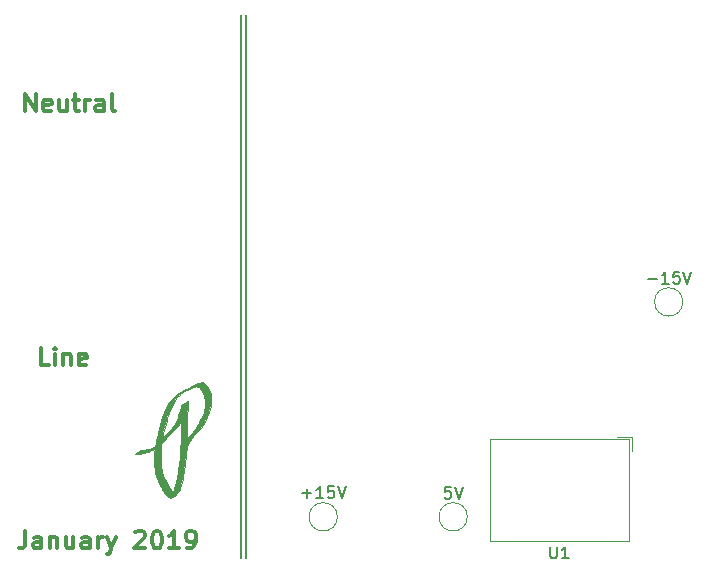
<source format=gbr>
G04 #@! TF.GenerationSoftware,KiCad,Pcbnew,(5.0.2)-1*
G04 #@! TF.CreationDate,2019-01-19T19:24:23-05:00*
G04 #@! TF.ProjectId,Keithley_177_power_repair,4b656974-686c-4657-995f-3137375f706f,rev?*
G04 #@! TF.SameCoordinates,Original*
G04 #@! TF.FileFunction,Legend,Top*
G04 #@! TF.FilePolarity,Positive*
%FSLAX46Y46*%
G04 Gerber Fmt 4.6, Leading zero omitted, Abs format (unit mm)*
G04 Created by KiCad (PCBNEW (5.0.2)-1) date 1/19/2019 7:24:23 PM*
%MOMM*%
%LPD*%
G01*
G04 APERTURE LIST*
%ADD10C,0.300000*%
%ADD11C,0.200000*%
%ADD12C,0.120000*%
%ADD13C,0.010000*%
%ADD14C,0.150000*%
G04 APERTURE END LIST*
D10*
X31285714Y-87678571D02*
X31285714Y-88750000D01*
X31214285Y-88964285D01*
X31071428Y-89107142D01*
X30857142Y-89178571D01*
X30714285Y-89178571D01*
X32642857Y-89178571D02*
X32642857Y-88392857D01*
X32571428Y-88250000D01*
X32428571Y-88178571D01*
X32142857Y-88178571D01*
X32000000Y-88250000D01*
X32642857Y-89107142D02*
X32500000Y-89178571D01*
X32142857Y-89178571D01*
X32000000Y-89107142D01*
X31928571Y-88964285D01*
X31928571Y-88821428D01*
X32000000Y-88678571D01*
X32142857Y-88607142D01*
X32500000Y-88607142D01*
X32642857Y-88535714D01*
X33357142Y-88178571D02*
X33357142Y-89178571D01*
X33357142Y-88321428D02*
X33428571Y-88250000D01*
X33571428Y-88178571D01*
X33785714Y-88178571D01*
X33928571Y-88250000D01*
X34000000Y-88392857D01*
X34000000Y-89178571D01*
X35357142Y-88178571D02*
X35357142Y-89178571D01*
X34714285Y-88178571D02*
X34714285Y-88964285D01*
X34785714Y-89107142D01*
X34928571Y-89178571D01*
X35142857Y-89178571D01*
X35285714Y-89107142D01*
X35357142Y-89035714D01*
X36714285Y-89178571D02*
X36714285Y-88392857D01*
X36642857Y-88250000D01*
X36500000Y-88178571D01*
X36214285Y-88178571D01*
X36071428Y-88250000D01*
X36714285Y-89107142D02*
X36571428Y-89178571D01*
X36214285Y-89178571D01*
X36071428Y-89107142D01*
X36000000Y-88964285D01*
X36000000Y-88821428D01*
X36071428Y-88678571D01*
X36214285Y-88607142D01*
X36571428Y-88607142D01*
X36714285Y-88535714D01*
X37428571Y-89178571D02*
X37428571Y-88178571D01*
X37428571Y-88464285D02*
X37500000Y-88321428D01*
X37571428Y-88250000D01*
X37714285Y-88178571D01*
X37857142Y-88178571D01*
X38214285Y-88178571D02*
X38571428Y-89178571D01*
X38928571Y-88178571D02*
X38571428Y-89178571D01*
X38428571Y-89535714D01*
X38357142Y-89607142D01*
X38214285Y-89678571D01*
X40571428Y-87821428D02*
X40642857Y-87750000D01*
X40785714Y-87678571D01*
X41142857Y-87678571D01*
X41285714Y-87750000D01*
X41357142Y-87821428D01*
X41428571Y-87964285D01*
X41428571Y-88107142D01*
X41357142Y-88321428D01*
X40500000Y-89178571D01*
X41428571Y-89178571D01*
X42357142Y-87678571D02*
X42500000Y-87678571D01*
X42642857Y-87750000D01*
X42714285Y-87821428D01*
X42785714Y-87964285D01*
X42857142Y-88250000D01*
X42857142Y-88607142D01*
X42785714Y-88892857D01*
X42714285Y-89035714D01*
X42642857Y-89107142D01*
X42500000Y-89178571D01*
X42357142Y-89178571D01*
X42214285Y-89107142D01*
X42142857Y-89035714D01*
X42071428Y-88892857D01*
X42000000Y-88607142D01*
X42000000Y-88250000D01*
X42071428Y-87964285D01*
X42142857Y-87821428D01*
X42214285Y-87750000D01*
X42357142Y-87678571D01*
X44285714Y-89178571D02*
X43428571Y-89178571D01*
X43857142Y-89178571D02*
X43857142Y-87678571D01*
X43714285Y-87892857D01*
X43571428Y-88035714D01*
X43428571Y-88107142D01*
X45000000Y-89178571D02*
X45285714Y-89178571D01*
X45428571Y-89107142D01*
X45500000Y-89035714D01*
X45642857Y-88821428D01*
X45714285Y-88535714D01*
X45714285Y-87964285D01*
X45642857Y-87821428D01*
X45571428Y-87750000D01*
X45428571Y-87678571D01*
X45142857Y-87678571D01*
X45000000Y-87750000D01*
X44928571Y-87821428D01*
X44857142Y-87964285D01*
X44857142Y-88321428D01*
X44928571Y-88464285D01*
X45000000Y-88535714D01*
X45142857Y-88607142D01*
X45428571Y-88607142D01*
X45571428Y-88535714D01*
X45642857Y-88464285D01*
X45714285Y-88321428D01*
X33285714Y-73678571D02*
X32571428Y-73678571D01*
X32571428Y-72178571D01*
X33785714Y-73678571D02*
X33785714Y-72678571D01*
X33785714Y-72178571D02*
X33714285Y-72250000D01*
X33785714Y-72321428D01*
X33857142Y-72250000D01*
X33785714Y-72178571D01*
X33785714Y-72321428D01*
X34500000Y-72678571D02*
X34500000Y-73678571D01*
X34500000Y-72821428D02*
X34571428Y-72750000D01*
X34714285Y-72678571D01*
X34928571Y-72678571D01*
X35071428Y-72750000D01*
X35142857Y-72892857D01*
X35142857Y-73678571D01*
X36428571Y-73607142D02*
X36285714Y-73678571D01*
X36000000Y-73678571D01*
X35857142Y-73607142D01*
X35785714Y-73464285D01*
X35785714Y-72892857D01*
X35857142Y-72750000D01*
X36000000Y-72678571D01*
X36285714Y-72678571D01*
X36428571Y-72750000D01*
X36500000Y-72892857D01*
X36500000Y-73035714D01*
X35785714Y-73178571D01*
X31285714Y-52178571D02*
X31285714Y-50678571D01*
X32142857Y-52178571D01*
X32142857Y-50678571D01*
X33428571Y-52107142D02*
X33285714Y-52178571D01*
X33000000Y-52178571D01*
X32857142Y-52107142D01*
X32785714Y-51964285D01*
X32785714Y-51392857D01*
X32857142Y-51250000D01*
X33000000Y-51178571D01*
X33285714Y-51178571D01*
X33428571Y-51250000D01*
X33500000Y-51392857D01*
X33500000Y-51535714D01*
X32785714Y-51678571D01*
X34785714Y-51178571D02*
X34785714Y-52178571D01*
X34142857Y-51178571D02*
X34142857Y-51964285D01*
X34214285Y-52107142D01*
X34357142Y-52178571D01*
X34571428Y-52178571D01*
X34714285Y-52107142D01*
X34785714Y-52035714D01*
X35285714Y-51178571D02*
X35857142Y-51178571D01*
X35500000Y-50678571D02*
X35500000Y-51964285D01*
X35571428Y-52107142D01*
X35714285Y-52178571D01*
X35857142Y-52178571D01*
X36357142Y-52178571D02*
X36357142Y-51178571D01*
X36357142Y-51464285D02*
X36428571Y-51321428D01*
X36500000Y-51250000D01*
X36642857Y-51178571D01*
X36785714Y-51178571D01*
X37928571Y-52178571D02*
X37928571Y-51392857D01*
X37857142Y-51250000D01*
X37714285Y-51178571D01*
X37428571Y-51178571D01*
X37285714Y-51250000D01*
X37928571Y-52107142D02*
X37785714Y-52178571D01*
X37428571Y-52178571D01*
X37285714Y-52107142D01*
X37214285Y-51964285D01*
X37214285Y-51821428D01*
X37285714Y-51678571D01*
X37428571Y-51607142D01*
X37785714Y-51607142D01*
X37928571Y-51535714D01*
X38857142Y-52178571D02*
X38714285Y-52107142D01*
X38642857Y-51964285D01*
X38642857Y-50678571D01*
D11*
X49500000Y-44000000D02*
X49500000Y-90000000D01*
X50000000Y-44000000D02*
X50000000Y-90000000D01*
D12*
G04 #@! TO.C,TP1*
X57700000Y-86500000D02*
G75*
G03X57700000Y-86500000I-1200000J0D01*
G01*
G04 #@! TO.C,TP3*
X68700000Y-86500000D02*
G75*
G03X68700000Y-86500000I-1200000J0D01*
G01*
G04 #@! TO.C,TP2*
X86950000Y-68300000D02*
G75*
G03X86950000Y-68300000I-1200000J0D01*
G01*
G04 #@! TO.C,U1*
X82371000Y-88560000D02*
X70650000Y-88560000D01*
X82371000Y-79940000D02*
X70650000Y-79940000D01*
X82371000Y-88560000D02*
X82371000Y-79940000D01*
X70650000Y-88560000D02*
X70650000Y-79940000D01*
X82611000Y-80940000D02*
X82611000Y-79700000D01*
X82611000Y-79700000D02*
X81371000Y-79700000D01*
D13*
G04 #@! TO.C,G\002A\002A\002A*
G36*
X46305224Y-75114674D02*
X46406135Y-75179667D01*
X46517161Y-75278049D01*
X46629243Y-75401711D01*
X46733320Y-75542545D01*
X46741155Y-75554505D01*
X46869737Y-75788886D01*
X46958034Y-76038062D01*
X47009698Y-76314494D01*
X47025839Y-76526178D01*
X47022978Y-76809376D01*
X46989807Y-77087055D01*
X46923730Y-77369378D01*
X46822151Y-77666509D01*
X46682474Y-77988614D01*
X46618901Y-78119608D01*
X46461335Y-78417405D01*
X46296911Y-78687355D01*
X46115512Y-78943650D01*
X45907017Y-79200482D01*
X45661309Y-79472045D01*
X45634299Y-79500561D01*
X45498210Y-79650186D01*
X45388704Y-79788169D01*
X45292653Y-79933389D01*
X45196930Y-80104728D01*
X45148489Y-80199316D01*
X45090710Y-80308672D01*
X45037148Y-80400012D01*
X44995896Y-80459960D01*
X44982260Y-80474097D01*
X44963643Y-80499272D01*
X44948779Y-80549524D01*
X44936527Y-80632740D01*
X44925746Y-80756803D01*
X44915297Y-80929598D01*
X44914680Y-80941235D01*
X44902681Y-81107883D01*
X44882897Y-81313591D01*
X44857273Y-81541178D01*
X44827751Y-81773460D01*
X44796275Y-81993254D01*
X44794038Y-82007802D01*
X44763118Y-82209858D01*
X44733038Y-82410167D01*
X44705687Y-82595874D01*
X44682953Y-82754123D01*
X44666725Y-82872059D01*
X44663902Y-82893761D01*
X44632251Y-83093753D01*
X44586735Y-83316680D01*
X44531053Y-83548827D01*
X44468902Y-83776481D01*
X44403978Y-83985929D01*
X44339978Y-84163456D01*
X44292056Y-84273023D01*
X44218651Y-84409677D01*
X44147319Y-84511441D01*
X44063210Y-84597936D01*
X44015408Y-84638597D01*
X43923923Y-84710052D01*
X43839139Y-84771077D01*
X43779988Y-84808127D01*
X43674439Y-84847573D01*
X43562643Y-84866136D01*
X43469023Y-84860420D01*
X43449522Y-84854062D01*
X43395723Y-84817014D01*
X43317422Y-84745332D01*
X43224588Y-84649876D01*
X43127190Y-84541505D01*
X43035196Y-84431078D01*
X42958577Y-84329456D01*
X42932972Y-84291376D01*
X42887734Y-84213751D01*
X42825119Y-84096779D01*
X42751577Y-83952985D01*
X42673555Y-83794891D01*
X42623030Y-83689417D01*
X42473224Y-83348036D01*
X42359871Y-83030454D01*
X42278425Y-82720753D01*
X42224341Y-82403017D01*
X42205231Y-82226067D01*
X42195581Y-82073697D01*
X42189959Y-81888727D01*
X42188164Y-81684355D01*
X42189993Y-81473778D01*
X42195245Y-81270194D01*
X42201444Y-81136002D01*
X42728523Y-81136002D01*
X42728585Y-81374733D01*
X42731757Y-81583932D01*
X42736435Y-81799132D01*
X42741581Y-81968172D01*
X42748297Y-82101969D01*
X42757684Y-82211438D01*
X42770840Y-82307495D01*
X42788868Y-82401056D01*
X42812867Y-82503036D01*
X42832001Y-82578276D01*
X42884518Y-82750852D01*
X42960089Y-82957725D01*
X43052285Y-83184317D01*
X43154680Y-83416049D01*
X43260844Y-83638343D01*
X43364352Y-83836621D01*
X43453782Y-83988545D01*
X43525240Y-84091812D01*
X43603742Y-84191915D01*
X43680596Y-84279321D01*
X43747109Y-84344500D01*
X43794589Y-84377918D01*
X43809886Y-84379051D01*
X43828849Y-84346367D01*
X43858005Y-84272452D01*
X43892127Y-84171032D01*
X43904842Y-84129690D01*
X43980200Y-83860453D01*
X44044769Y-83587798D01*
X44102174Y-83294674D01*
X44156040Y-82964031D01*
X44163880Y-82911230D01*
X44194129Y-82705027D01*
X44228809Y-82468232D01*
X44264132Y-82226736D01*
X44296308Y-82006431D01*
X44303818Y-81954943D01*
X44341557Y-81665110D01*
X44372367Y-81357823D01*
X44396600Y-81026279D01*
X44414611Y-80663674D01*
X44426753Y-80263204D01*
X44433378Y-79818066D01*
X44434944Y-79428674D01*
X44434944Y-78473907D01*
X44329556Y-78630493D01*
X44271778Y-78706181D01*
X44180391Y-78813566D01*
X44062847Y-78944694D01*
X43926595Y-79091611D01*
X43779086Y-79246363D01*
X43627770Y-79400995D01*
X43480097Y-79547555D01*
X43383529Y-79640472D01*
X43301093Y-79724056D01*
X43198406Y-79836164D01*
X43090295Y-79960291D01*
X43016156Y-80049395D01*
X42801210Y-80313917D01*
X42759958Y-80620722D01*
X42743925Y-80768709D01*
X42733542Y-80937231D01*
X42728523Y-81136002D01*
X42201444Y-81136002D01*
X42203717Y-81086803D01*
X42215207Y-80936801D01*
X42226288Y-80850570D01*
X42244389Y-80745073D01*
X41948374Y-80870273D01*
X41793407Y-80932382D01*
X41623426Y-80995063D01*
X41464971Y-81048727D01*
X41395506Y-81070013D01*
X41269004Y-81103180D01*
X41121977Y-81136200D01*
X40967238Y-81166836D01*
X40817597Y-81192849D01*
X40685866Y-81212002D01*
X40584857Y-81222057D01*
X40529634Y-81221265D01*
X40528077Y-81203240D01*
X40565307Y-81163406D01*
X40630993Y-81109028D01*
X40714802Y-81047374D01*
X40806404Y-80985709D01*
X40895467Y-80931299D01*
X40971660Y-80891411D01*
X41024290Y-80873359D01*
X41335080Y-80827288D01*
X41606541Y-80776774D01*
X41835067Y-80722777D01*
X42017054Y-80666257D01*
X42148898Y-80608175D01*
X42223002Y-80553975D01*
X42252014Y-80512949D01*
X42277105Y-80452150D01*
X42300933Y-80361872D01*
X42326157Y-80232404D01*
X42349368Y-80092575D01*
X42400153Y-79814494D01*
X42890960Y-79814494D01*
X43293626Y-79406110D01*
X43496840Y-79193862D01*
X43663334Y-79004583D01*
X43801727Y-78826567D01*
X43920638Y-78648107D01*
X44028687Y-78457498D01*
X44106638Y-78301910D01*
X44172831Y-78147363D01*
X44244050Y-77953017D01*
X44315125Y-77735233D01*
X44380886Y-77510375D01*
X44436164Y-77294802D01*
X44462183Y-77176553D01*
X44493316Y-77054943D01*
X44529751Y-76982130D01*
X44576621Y-76949835D01*
X44604943Y-76946292D01*
X44651896Y-76930642D01*
X44728016Y-76889614D01*
X44816761Y-76832134D01*
X44902477Y-76775038D01*
X44971967Y-76734100D01*
X45010488Y-76717987D01*
X45010912Y-76717977D01*
X45019797Y-76745214D01*
X45025277Y-76821940D01*
X45027529Y-76940679D01*
X45026726Y-77093953D01*
X45023044Y-77274285D01*
X45016658Y-77474198D01*
X45007743Y-77686215D01*
X44996475Y-77902860D01*
X44983027Y-78116654D01*
X44975833Y-78216292D01*
X44968777Y-78334378D01*
X44962725Y-78483530D01*
X44957730Y-78655266D01*
X44953850Y-78841106D01*
X44951141Y-79032569D01*
X44949659Y-79221174D01*
X44949459Y-79398440D01*
X44950598Y-79555885D01*
X44953132Y-79685030D01*
X44957116Y-79777393D01*
X44962608Y-79824494D01*
X44965175Y-79828764D01*
X44992403Y-79809990D01*
X45046192Y-79761289D01*
X45100736Y-79707471D01*
X45277685Y-79518155D01*
X45458197Y-79309151D01*
X45624526Y-79101518D01*
X45719296Y-78973515D01*
X45837357Y-78791915D01*
X45963031Y-78572255D01*
X46087967Y-78331274D01*
X46203814Y-78085712D01*
X46302218Y-77852309D01*
X46364488Y-77680355D01*
X46408207Y-77541559D01*
X46438525Y-77428103D01*
X46458457Y-77321722D01*
X46471019Y-77204156D01*
X46479226Y-77057143D01*
X46482727Y-76964352D01*
X46485694Y-76736185D01*
X46475036Y-76547736D01*
X46447757Y-76382641D01*
X46400861Y-76224535D01*
X46331350Y-76057057D01*
X46307193Y-76005771D01*
X46236055Y-75880983D01*
X46144066Y-75752376D01*
X46042374Y-75632794D01*
X45942126Y-75535082D01*
X45854471Y-75472088D01*
X45836722Y-75463635D01*
X45795620Y-75452693D01*
X45744545Y-75452861D01*
X45677545Y-75466292D01*
X45588670Y-75495135D01*
X45471969Y-75541540D01*
X45321491Y-75607659D01*
X45131286Y-75695641D01*
X44928284Y-75791919D01*
X44742716Y-75882945D01*
X44599612Y-75959370D01*
X44488362Y-76027601D01*
X44398359Y-76094044D01*
X44333551Y-76151139D01*
X44151704Y-76351910D01*
X43973351Y-76605695D01*
X43800777Y-76908446D01*
X43636272Y-77256109D01*
X43482123Y-77644635D01*
X43468107Y-77683503D01*
X43392370Y-77903776D01*
X43313497Y-78148298D01*
X43234267Y-78407115D01*
X43157458Y-78670272D01*
X43085850Y-78927811D01*
X43022219Y-79169780D01*
X42969345Y-79386222D01*
X42930006Y-79567181D01*
X42909227Y-79686067D01*
X42890960Y-79814494D01*
X42400153Y-79814494D01*
X42405243Y-79786623D01*
X42479385Y-79450976D01*
X42568458Y-79096712D01*
X42669124Y-78734910D01*
X42778046Y-78376647D01*
X42891887Y-78033000D01*
X43007311Y-77715049D01*
X43120980Y-77433871D01*
X43206887Y-77245955D01*
X43359293Y-76954474D01*
X43510910Y-76709842D01*
X43669981Y-76502547D01*
X43844748Y-76323080D01*
X44043455Y-76161928D01*
X44274344Y-76009581D01*
X44282773Y-76004494D01*
X44471450Y-75894643D01*
X44679123Y-75780182D01*
X44898716Y-75664442D01*
X45123147Y-75550755D01*
X45345340Y-75442451D01*
X45558215Y-75342862D01*
X45754694Y-75255319D01*
X45927697Y-75183154D01*
X46070147Y-75129697D01*
X46174964Y-75098281D01*
X46223487Y-75091178D01*
X46305224Y-75114674D01*
X46305224Y-75114674D01*
G37*
X46305224Y-75114674D02*
X46406135Y-75179667D01*
X46517161Y-75278049D01*
X46629243Y-75401711D01*
X46733320Y-75542545D01*
X46741155Y-75554505D01*
X46869737Y-75788886D01*
X46958034Y-76038062D01*
X47009698Y-76314494D01*
X47025839Y-76526178D01*
X47022978Y-76809376D01*
X46989807Y-77087055D01*
X46923730Y-77369378D01*
X46822151Y-77666509D01*
X46682474Y-77988614D01*
X46618901Y-78119608D01*
X46461335Y-78417405D01*
X46296911Y-78687355D01*
X46115512Y-78943650D01*
X45907017Y-79200482D01*
X45661309Y-79472045D01*
X45634299Y-79500561D01*
X45498210Y-79650186D01*
X45388704Y-79788169D01*
X45292653Y-79933389D01*
X45196930Y-80104728D01*
X45148489Y-80199316D01*
X45090710Y-80308672D01*
X45037148Y-80400012D01*
X44995896Y-80459960D01*
X44982260Y-80474097D01*
X44963643Y-80499272D01*
X44948779Y-80549524D01*
X44936527Y-80632740D01*
X44925746Y-80756803D01*
X44915297Y-80929598D01*
X44914680Y-80941235D01*
X44902681Y-81107883D01*
X44882897Y-81313591D01*
X44857273Y-81541178D01*
X44827751Y-81773460D01*
X44796275Y-81993254D01*
X44794038Y-82007802D01*
X44763118Y-82209858D01*
X44733038Y-82410167D01*
X44705687Y-82595874D01*
X44682953Y-82754123D01*
X44666725Y-82872059D01*
X44663902Y-82893761D01*
X44632251Y-83093753D01*
X44586735Y-83316680D01*
X44531053Y-83548827D01*
X44468902Y-83776481D01*
X44403978Y-83985929D01*
X44339978Y-84163456D01*
X44292056Y-84273023D01*
X44218651Y-84409677D01*
X44147319Y-84511441D01*
X44063210Y-84597936D01*
X44015408Y-84638597D01*
X43923923Y-84710052D01*
X43839139Y-84771077D01*
X43779988Y-84808127D01*
X43674439Y-84847573D01*
X43562643Y-84866136D01*
X43469023Y-84860420D01*
X43449522Y-84854062D01*
X43395723Y-84817014D01*
X43317422Y-84745332D01*
X43224588Y-84649876D01*
X43127190Y-84541505D01*
X43035196Y-84431078D01*
X42958577Y-84329456D01*
X42932972Y-84291376D01*
X42887734Y-84213751D01*
X42825119Y-84096779D01*
X42751577Y-83952985D01*
X42673555Y-83794891D01*
X42623030Y-83689417D01*
X42473224Y-83348036D01*
X42359871Y-83030454D01*
X42278425Y-82720753D01*
X42224341Y-82403017D01*
X42205231Y-82226067D01*
X42195581Y-82073697D01*
X42189959Y-81888727D01*
X42188164Y-81684355D01*
X42189993Y-81473778D01*
X42195245Y-81270194D01*
X42201444Y-81136002D01*
X42728523Y-81136002D01*
X42728585Y-81374733D01*
X42731757Y-81583932D01*
X42736435Y-81799132D01*
X42741581Y-81968172D01*
X42748297Y-82101969D01*
X42757684Y-82211438D01*
X42770840Y-82307495D01*
X42788868Y-82401056D01*
X42812867Y-82503036D01*
X42832001Y-82578276D01*
X42884518Y-82750852D01*
X42960089Y-82957725D01*
X43052285Y-83184317D01*
X43154680Y-83416049D01*
X43260844Y-83638343D01*
X43364352Y-83836621D01*
X43453782Y-83988545D01*
X43525240Y-84091812D01*
X43603742Y-84191915D01*
X43680596Y-84279321D01*
X43747109Y-84344500D01*
X43794589Y-84377918D01*
X43809886Y-84379051D01*
X43828849Y-84346367D01*
X43858005Y-84272452D01*
X43892127Y-84171032D01*
X43904842Y-84129690D01*
X43980200Y-83860453D01*
X44044769Y-83587798D01*
X44102174Y-83294674D01*
X44156040Y-82964031D01*
X44163880Y-82911230D01*
X44194129Y-82705027D01*
X44228809Y-82468232D01*
X44264132Y-82226736D01*
X44296308Y-82006431D01*
X44303818Y-81954943D01*
X44341557Y-81665110D01*
X44372367Y-81357823D01*
X44396600Y-81026279D01*
X44414611Y-80663674D01*
X44426753Y-80263204D01*
X44433378Y-79818066D01*
X44434944Y-79428674D01*
X44434944Y-78473907D01*
X44329556Y-78630493D01*
X44271778Y-78706181D01*
X44180391Y-78813566D01*
X44062847Y-78944694D01*
X43926595Y-79091611D01*
X43779086Y-79246363D01*
X43627770Y-79400995D01*
X43480097Y-79547555D01*
X43383529Y-79640472D01*
X43301093Y-79724056D01*
X43198406Y-79836164D01*
X43090295Y-79960291D01*
X43016156Y-80049395D01*
X42801210Y-80313917D01*
X42759958Y-80620722D01*
X42743925Y-80768709D01*
X42733542Y-80937231D01*
X42728523Y-81136002D01*
X42201444Y-81136002D01*
X42203717Y-81086803D01*
X42215207Y-80936801D01*
X42226288Y-80850570D01*
X42244389Y-80745073D01*
X41948374Y-80870273D01*
X41793407Y-80932382D01*
X41623426Y-80995063D01*
X41464971Y-81048727D01*
X41395506Y-81070013D01*
X41269004Y-81103180D01*
X41121977Y-81136200D01*
X40967238Y-81166836D01*
X40817597Y-81192849D01*
X40685866Y-81212002D01*
X40584857Y-81222057D01*
X40529634Y-81221265D01*
X40528077Y-81203240D01*
X40565307Y-81163406D01*
X40630993Y-81109028D01*
X40714802Y-81047374D01*
X40806404Y-80985709D01*
X40895467Y-80931299D01*
X40971660Y-80891411D01*
X41024290Y-80873359D01*
X41335080Y-80827288D01*
X41606541Y-80776774D01*
X41835067Y-80722777D01*
X42017054Y-80666257D01*
X42148898Y-80608175D01*
X42223002Y-80553975D01*
X42252014Y-80512949D01*
X42277105Y-80452150D01*
X42300933Y-80361872D01*
X42326157Y-80232404D01*
X42349368Y-80092575D01*
X42400153Y-79814494D01*
X42890960Y-79814494D01*
X43293626Y-79406110D01*
X43496840Y-79193862D01*
X43663334Y-79004583D01*
X43801727Y-78826567D01*
X43920638Y-78648107D01*
X44028687Y-78457498D01*
X44106638Y-78301910D01*
X44172831Y-78147363D01*
X44244050Y-77953017D01*
X44315125Y-77735233D01*
X44380886Y-77510375D01*
X44436164Y-77294802D01*
X44462183Y-77176553D01*
X44493316Y-77054943D01*
X44529751Y-76982130D01*
X44576621Y-76949835D01*
X44604943Y-76946292D01*
X44651896Y-76930642D01*
X44728016Y-76889614D01*
X44816761Y-76832134D01*
X44902477Y-76775038D01*
X44971967Y-76734100D01*
X45010488Y-76717987D01*
X45010912Y-76717977D01*
X45019797Y-76745214D01*
X45025277Y-76821940D01*
X45027529Y-76940679D01*
X45026726Y-77093953D01*
X45023044Y-77274285D01*
X45016658Y-77474198D01*
X45007743Y-77686215D01*
X44996475Y-77902860D01*
X44983027Y-78116654D01*
X44975833Y-78216292D01*
X44968777Y-78334378D01*
X44962725Y-78483530D01*
X44957730Y-78655266D01*
X44953850Y-78841106D01*
X44951141Y-79032569D01*
X44949659Y-79221174D01*
X44949459Y-79398440D01*
X44950598Y-79555885D01*
X44953132Y-79685030D01*
X44957116Y-79777393D01*
X44962608Y-79824494D01*
X44965175Y-79828764D01*
X44992403Y-79809990D01*
X45046192Y-79761289D01*
X45100736Y-79707471D01*
X45277685Y-79518155D01*
X45458197Y-79309151D01*
X45624526Y-79101518D01*
X45719296Y-78973515D01*
X45837357Y-78791915D01*
X45963031Y-78572255D01*
X46087967Y-78331274D01*
X46203814Y-78085712D01*
X46302218Y-77852309D01*
X46364488Y-77680355D01*
X46408207Y-77541559D01*
X46438525Y-77428103D01*
X46458457Y-77321722D01*
X46471019Y-77204156D01*
X46479226Y-77057143D01*
X46482727Y-76964352D01*
X46485694Y-76736185D01*
X46475036Y-76547736D01*
X46447757Y-76382641D01*
X46400861Y-76224535D01*
X46331350Y-76057057D01*
X46307193Y-76005771D01*
X46236055Y-75880983D01*
X46144066Y-75752376D01*
X46042374Y-75632794D01*
X45942126Y-75535082D01*
X45854471Y-75472088D01*
X45836722Y-75463635D01*
X45795620Y-75452693D01*
X45744545Y-75452861D01*
X45677545Y-75466292D01*
X45588670Y-75495135D01*
X45471969Y-75541540D01*
X45321491Y-75607659D01*
X45131286Y-75695641D01*
X44928284Y-75791919D01*
X44742716Y-75882945D01*
X44599612Y-75959370D01*
X44488362Y-76027601D01*
X44398359Y-76094044D01*
X44333551Y-76151139D01*
X44151704Y-76351910D01*
X43973351Y-76605695D01*
X43800777Y-76908446D01*
X43636272Y-77256109D01*
X43482123Y-77644635D01*
X43468107Y-77683503D01*
X43392370Y-77903776D01*
X43313497Y-78148298D01*
X43234267Y-78407115D01*
X43157458Y-78670272D01*
X43085850Y-78927811D01*
X43022219Y-79169780D01*
X42969345Y-79386222D01*
X42930006Y-79567181D01*
X42909227Y-79686067D01*
X42890960Y-79814494D01*
X42400153Y-79814494D01*
X42405243Y-79786623D01*
X42479385Y-79450976D01*
X42568458Y-79096712D01*
X42669124Y-78734910D01*
X42778046Y-78376647D01*
X42891887Y-78033000D01*
X43007311Y-77715049D01*
X43120980Y-77433871D01*
X43206887Y-77245955D01*
X43359293Y-76954474D01*
X43510910Y-76709842D01*
X43669981Y-76502547D01*
X43844748Y-76323080D01*
X44043455Y-76161928D01*
X44274344Y-76009581D01*
X44282773Y-76004494D01*
X44471450Y-75894643D01*
X44679123Y-75780182D01*
X44898716Y-75664442D01*
X45123147Y-75550755D01*
X45345340Y-75442451D01*
X45558215Y-75342862D01*
X45754694Y-75255319D01*
X45927697Y-75183154D01*
X46070147Y-75129697D01*
X46174964Y-75098281D01*
X46223487Y-75091178D01*
X46305224Y-75114674D01*
G04 #@! TO.C,TP1*
D14*
X54738095Y-84521428D02*
X55500000Y-84521428D01*
X55119047Y-84902380D02*
X55119047Y-84140476D01*
X56500000Y-84902380D02*
X55928571Y-84902380D01*
X56214285Y-84902380D02*
X56214285Y-83902380D01*
X56119047Y-84045238D01*
X56023809Y-84140476D01*
X55928571Y-84188095D01*
X57404761Y-83902380D02*
X56928571Y-83902380D01*
X56880952Y-84378571D01*
X56928571Y-84330952D01*
X57023809Y-84283333D01*
X57261904Y-84283333D01*
X57357142Y-84330952D01*
X57404761Y-84378571D01*
X57452380Y-84473809D01*
X57452380Y-84711904D01*
X57404761Y-84807142D01*
X57357142Y-84854761D01*
X57261904Y-84902380D01*
X57023809Y-84902380D01*
X56928571Y-84854761D01*
X56880952Y-84807142D01*
X57738095Y-83902380D02*
X58071428Y-84902380D01*
X58404761Y-83902380D01*
G04 #@! TO.C,TP3*
X67309523Y-83952380D02*
X66833333Y-83952380D01*
X66785714Y-84428571D01*
X66833333Y-84380952D01*
X66928571Y-84333333D01*
X67166666Y-84333333D01*
X67261904Y-84380952D01*
X67309523Y-84428571D01*
X67357142Y-84523809D01*
X67357142Y-84761904D01*
X67309523Y-84857142D01*
X67261904Y-84904761D01*
X67166666Y-84952380D01*
X66928571Y-84952380D01*
X66833333Y-84904761D01*
X66785714Y-84857142D01*
X67642857Y-83952380D02*
X67976190Y-84952380D01*
X68309523Y-83952380D01*
G04 #@! TO.C,TP2*
X83988095Y-66371428D02*
X84750000Y-66371428D01*
X85750000Y-66752380D02*
X85178571Y-66752380D01*
X85464285Y-66752380D02*
X85464285Y-65752380D01*
X85369047Y-65895238D01*
X85273809Y-65990476D01*
X85178571Y-66038095D01*
X86654761Y-65752380D02*
X86178571Y-65752380D01*
X86130952Y-66228571D01*
X86178571Y-66180952D01*
X86273809Y-66133333D01*
X86511904Y-66133333D01*
X86607142Y-66180952D01*
X86654761Y-66228571D01*
X86702380Y-66323809D01*
X86702380Y-66561904D01*
X86654761Y-66657142D01*
X86607142Y-66704761D01*
X86511904Y-66752380D01*
X86273809Y-66752380D01*
X86178571Y-66704761D01*
X86130952Y-66657142D01*
X86988095Y-65752380D02*
X87321428Y-66752380D01*
X87654761Y-65752380D01*
G04 #@! TO.C,U1*
X75698095Y-89012380D02*
X75698095Y-89821904D01*
X75745714Y-89917142D01*
X75793333Y-89964761D01*
X75888571Y-90012380D01*
X76079047Y-90012380D01*
X76174285Y-89964761D01*
X76221904Y-89917142D01*
X76269523Y-89821904D01*
X76269523Y-89012380D01*
X77269523Y-90012380D02*
X76698095Y-90012380D01*
X76983809Y-90012380D02*
X76983809Y-89012380D01*
X76888571Y-89155238D01*
X76793333Y-89250476D01*
X76698095Y-89298095D01*
G04 #@! TD*
M02*

</source>
